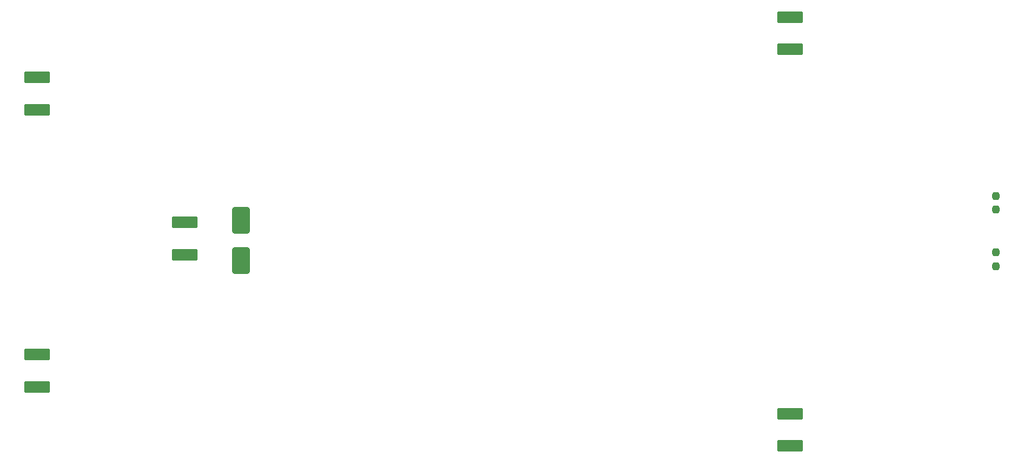
<source format=gbr>
%TF.GenerationSoftware,KiCad,Pcbnew,9.0.1*%
%TF.CreationDate,2025-10-25T17:54:32-05:00*%
%TF.ProjectId,MaxiCarrier,4d617869-4361-4727-9269-65722e6b6963,rev?*%
%TF.SameCoordinates,Original*%
%TF.FileFunction,Paste,Bot*%
%TF.FilePolarity,Positive*%
%FSLAX46Y46*%
G04 Gerber Fmt 4.6, Leading zero omitted, Abs format (unit mm)*
G04 Created by KiCad (PCBNEW 9.0.1) date 2025-10-25 17:54:32*
%MOMM*%
%LPD*%
G01*
G04 APERTURE LIST*
G04 Aperture macros list*
%AMRoundRect*
0 Rectangle with rounded corners*
0 $1 Rounding radius*
0 $2 $3 $4 $5 $6 $7 $8 $9 X,Y pos of 4 corners*
0 Add a 4 corners polygon primitive as box body*
4,1,4,$2,$3,$4,$5,$6,$7,$8,$9,$2,$3,0*
0 Add four circle primitives for the rounded corners*
1,1,$1+$1,$2,$3*
1,1,$1+$1,$4,$5*
1,1,$1+$1,$6,$7*
1,1,$1+$1,$8,$9*
0 Add four rect primitives between the rounded corners*
20,1,$1+$1,$2,$3,$4,$5,0*
20,1,$1+$1,$4,$5,$6,$7,0*
20,1,$1+$1,$6,$7,$8,$9,0*
20,1,$1+$1,$8,$9,$2,$3,0*%
G04 Aperture macros list end*
%ADD10RoundRect,0.250000X1.450000X-0.537500X1.450000X0.537500X-1.450000X0.537500X-1.450000X-0.537500X0*%
%ADD11RoundRect,0.237500X0.237500X-0.250000X0.237500X0.250000X-0.237500X0.250000X-0.237500X-0.250000X0*%
%ADD12RoundRect,0.237500X-0.237500X0.250000X-0.237500X-0.250000X0.237500X-0.250000X0.237500X0.250000X0*%
%ADD13RoundRect,0.250000X-0.900000X1.500000X-0.900000X-1.500000X0.900000X-1.500000X0.900000X1.500000X0*%
%ADD14RoundRect,0.250000X-1.450000X0.537500X-1.450000X-0.537500X1.450000X-0.537500X1.450000X0.537500X0*%
G04 APERTURE END LIST*
D10*
%TO.C,C5*%
X147500000Y-97750000D03*
X147500000Y-93475000D03*
%TD*%
D11*
%TO.C,R3*%
X174750000Y-66412500D03*
X174750000Y-64587500D03*
%TD*%
D12*
%TO.C,R4*%
X174750000Y-72087500D03*
X174750000Y-73912500D03*
%TD*%
D13*
%TO.C,D3*%
X74750000Y-67800000D03*
X74750000Y-73200000D03*
%TD*%
D10*
%TO.C,C2*%
X47750000Y-53137500D03*
X47750000Y-48862500D03*
%TD*%
D14*
%TO.C,C4*%
X147500000Y-40862500D03*
X147500000Y-45137500D03*
%TD*%
%TO.C,C3*%
X47750000Y-85612500D03*
X47750000Y-89887500D03*
%TD*%
%TO.C,C1*%
X67290452Y-68112500D03*
X67290452Y-72387500D03*
%TD*%
M02*

</source>
